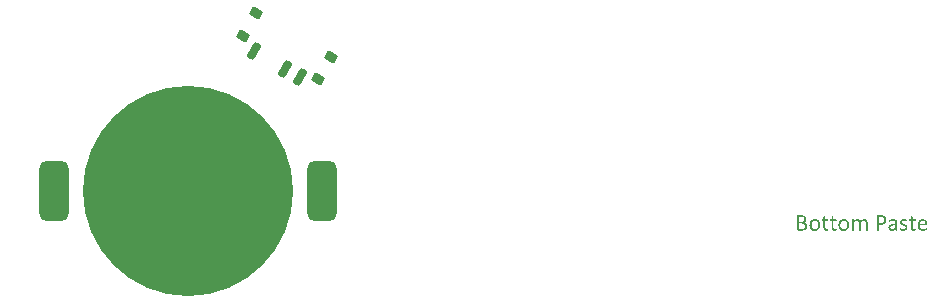
<source format=gbp>
G04*
G04 #@! TF.GenerationSoftware,Altium Limited,Altium Designer,20.1.14 (287)*
G04*
G04 Layer_Color=128*
%FSLAX44Y44*%
%MOMM*%
G71*
G04*
G04 #@! TF.SameCoordinates,555A517A-9F76-4A69-B8FD-E90865B7C856*
G04*
G04*
G04 #@! TF.FilePolarity,Positive*
G04*
G01*
G75*
G04:AMPARAMS|DCode=27|XSize=0.8mm|YSize=1mm|CornerRadius=0.2mm|HoleSize=0mm|Usage=FLASHONLY|Rotation=240.000|XOffset=0mm|YOffset=0mm|HoleType=Round|Shape=RoundedRectangle|*
%AMROUNDEDRECTD27*
21,1,0.8000,0.6000,0,0,240.0*
21,1,0.4000,1.0000,0,0,240.0*
1,1,0.4000,-0.3598,-0.0232*
1,1,0.4000,-0.1598,0.3232*
1,1,0.4000,0.3598,0.0232*
1,1,0.4000,0.1598,-0.3232*
%
%ADD27ROUNDEDRECTD27*%
G04:AMPARAMS|DCode=28|XSize=0.7mm|YSize=1.5mm|CornerRadius=0.175mm|HoleSize=0mm|Usage=FLASHONLY|Rotation=330.000|XOffset=0mm|YOffset=0mm|HoleType=Round|Shape=RoundedRectangle|*
%AMROUNDEDRECTD28*
21,1,0.7000,1.1500,0,0,330.0*
21,1,0.3500,1.5000,0,0,330.0*
1,1,0.3500,-0.1360,-0.5855*
1,1,0.3500,-0.4391,-0.4105*
1,1,0.3500,0.1360,0.5855*
1,1,0.3500,0.4391,0.4105*
%
%ADD28ROUNDEDRECTD28*%
G04:AMPARAMS|DCode=29|XSize=2.5mm|YSize=5.1mm|CornerRadius=0.625mm|HoleSize=0mm|Usage=FLASHONLY|Rotation=0.000|XOffset=0mm|YOffset=0mm|HoleType=Round|Shape=RoundedRectangle|*
%AMROUNDEDRECTD29*
21,1,2.5000,3.8500,0,0,0.0*
21,1,1.2500,5.1000,0,0,0.0*
1,1,1.2500,0.6250,-1.9250*
1,1,1.2500,-0.6250,-1.9250*
1,1,1.2500,-0.6250,1.9250*
1,1,1.2500,0.6250,1.9250*
%
%ADD29ROUNDEDRECTD29*%
%ADD30C,17.8000*%
G36*
X572924Y-54103D02*
X573132Y-54127D01*
X573363Y-54150D01*
X573618Y-54219D01*
X573849Y-54288D01*
X574080Y-54404D01*
X574104Y-54427D01*
X574173Y-54450D01*
X574289Y-54520D01*
X574427Y-54612D01*
X574566Y-54728D01*
X574728Y-54867D01*
X574890Y-55029D01*
X575029Y-55214D01*
X575052Y-55237D01*
X575099Y-55307D01*
X575145Y-55422D01*
X575237Y-55561D01*
X575330Y-55723D01*
X575399Y-55931D01*
X575492Y-56163D01*
X575561Y-56417D01*
Y-56440D01*
X575584Y-56533D01*
X575608Y-56672D01*
X575654Y-56857D01*
X575677Y-57065D01*
X575700Y-57297D01*
X575723Y-57852D01*
Y-63544D01*
Y-63567D01*
Y-63590D01*
X575677Y-63683D01*
X575654Y-63706D01*
X575538Y-63776D01*
X575515D01*
X575469Y-63799D01*
X575399D01*
X575284Y-63822D01*
X575168D01*
X575052Y-63845D01*
X574613D01*
X574474Y-63822D01*
X574451D01*
X574381Y-63799D01*
X574289D01*
X574219Y-63776D01*
X574196D01*
X574173Y-63752D01*
X574080Y-63683D01*
Y-63637D01*
X574057Y-63544D01*
Y-58083D01*
Y-58060D01*
Y-57991D01*
Y-57875D01*
X574034Y-57736D01*
X574011Y-57389D01*
X573942Y-57042D01*
Y-57019D01*
X573918Y-56950D01*
X573895Y-56880D01*
X573872Y-56764D01*
X573756Y-56487D01*
X573618Y-56232D01*
Y-56209D01*
X573571Y-56163D01*
X573479Y-56024D01*
X573294Y-55862D01*
X573062Y-55700D01*
X573039D01*
X572993Y-55677D01*
X572924Y-55630D01*
X572831Y-55607D01*
X572576Y-55538D01*
X572276Y-55515D01*
X572183D01*
X572067Y-55538D01*
X571905Y-55561D01*
X571743Y-55630D01*
X571535Y-55700D01*
X571327Y-55816D01*
X571119Y-55978D01*
X571096Y-56001D01*
X571026Y-56047D01*
X570910Y-56163D01*
X570748Y-56302D01*
X570563Y-56487D01*
X570355Y-56695D01*
X570124Y-56950D01*
X569869Y-57250D01*
Y-63544D01*
Y-63567D01*
Y-63590D01*
X569823Y-63683D01*
X569800Y-63706D01*
X569684Y-63776D01*
X569661D01*
X569614Y-63799D01*
X569545D01*
X569429Y-63822D01*
X569314D01*
X569198Y-63845D01*
X568782D01*
X568643Y-63822D01*
X568619D01*
X568550Y-63799D01*
X568458D01*
X568388Y-63776D01*
X568365D01*
X568342Y-63752D01*
X568249Y-63683D01*
Y-63637D01*
X568226Y-63544D01*
Y-58083D01*
Y-58060D01*
Y-57991D01*
Y-57875D01*
X568203Y-57736D01*
X568180Y-57389D01*
X568111Y-57042D01*
Y-57019D01*
X568087Y-56950D01*
X568064Y-56880D01*
X568018Y-56764D01*
X567925Y-56487D01*
X567763Y-56232D01*
Y-56209D01*
X567717Y-56163D01*
X567625Y-56024D01*
X567439Y-55862D01*
X567208Y-55700D01*
X567185D01*
X567162Y-55677D01*
X567092Y-55630D01*
X567000Y-55607D01*
X566745Y-55538D01*
X566421Y-55515D01*
X566329D01*
X566213Y-55538D01*
X566051Y-55561D01*
X565889Y-55630D01*
X565681Y-55700D01*
X565473Y-55816D01*
X565264Y-55978D01*
X565241Y-56001D01*
X565172Y-56047D01*
X565056Y-56163D01*
X564894Y-56302D01*
X564709Y-56487D01*
X564501Y-56695D01*
X564269Y-56950D01*
X564015Y-57250D01*
Y-63544D01*
Y-63567D01*
Y-63590D01*
X563969Y-63683D01*
X563945Y-63706D01*
X563830Y-63776D01*
X563806D01*
X563760Y-63799D01*
X563691D01*
X563575Y-63822D01*
X563483D01*
X563344Y-63845D01*
X562904D01*
X562765Y-63822D01*
X562742D01*
X562696Y-63799D01*
X562534Y-63776D01*
X562511D01*
X562488Y-63752D01*
X562395Y-63683D01*
Y-63637D01*
X562372Y-63544D01*
Y-54543D01*
Y-54520D01*
Y-54497D01*
X562395Y-54404D01*
X562418Y-54381D01*
X562464Y-54335D01*
X562511Y-54312D01*
X562534D01*
X562580Y-54288D01*
X562650Y-54265D01*
X562742Y-54242D01*
X562765D01*
X562835Y-54219D01*
X563344D01*
X563460Y-54242D01*
X563483D01*
X563552Y-54265D01*
X563621Y-54288D01*
X563691Y-54312D01*
X563714D01*
X563737Y-54335D01*
X563783Y-54358D01*
X563806Y-54404D01*
X563830Y-54427D01*
X563853Y-54543D01*
Y-55723D01*
X563876Y-55677D01*
X563992Y-55584D01*
X564131Y-55445D01*
X564316Y-55260D01*
X564524Y-55052D01*
X564778Y-54844D01*
X565033Y-54659D01*
X565311Y-54497D01*
X565334Y-54474D01*
X565426Y-54427D01*
X565588Y-54358D01*
X565773Y-54288D01*
X565982Y-54219D01*
X566236Y-54150D01*
X566491Y-54103D01*
X566768Y-54080D01*
X566977D01*
X567092Y-54103D01*
X567416Y-54127D01*
X567763Y-54219D01*
X567786D01*
X567833Y-54242D01*
X567925Y-54265D01*
X568041Y-54312D01*
X568296Y-54427D01*
X568550Y-54589D01*
X568573D01*
X568619Y-54636D01*
X568758Y-54751D01*
X568943Y-54913D01*
X569129Y-55145D01*
X569152Y-55168D01*
X569175Y-55191D01*
X569221Y-55260D01*
X569267Y-55353D01*
X569406Y-55584D01*
X569545Y-55862D01*
X569568Y-55839D01*
X569614Y-55769D01*
X569707Y-55700D01*
X569823Y-55584D01*
X570077Y-55307D01*
X570378Y-55052D01*
X570401Y-55029D01*
X570448Y-54983D01*
X570540Y-54936D01*
X570633Y-54844D01*
X570887Y-54682D01*
X571165Y-54497D01*
X571188D01*
X571234Y-54450D01*
X571304Y-54427D01*
X571396Y-54381D01*
X571651Y-54288D01*
X571905Y-54196D01*
X571928D01*
X571975Y-54173D01*
X572044Y-54150D01*
X572137Y-54127D01*
X572345Y-54103D01*
X572623Y-54080D01*
X572761D01*
X572924Y-54103D01*
D02*
G37*
G36*
X606962Y-54103D02*
X607216Y-54150D01*
X607285D01*
X607355Y-54173D01*
X607448Y-54196D01*
X607656Y-54242D01*
X607864Y-54311D01*
X607887D01*
X607910Y-54335D01*
X608049Y-54358D01*
X608211Y-54427D01*
X608373Y-54497D01*
X608419Y-54520D01*
X608489Y-54566D01*
X608581Y-54612D01*
X608674Y-54682D01*
X608697D01*
X608743Y-54728D01*
X608789Y-54774D01*
X608813Y-54821D01*
X608836Y-54867D01*
X608859Y-54960D01*
Y-54983D01*
X608882Y-55006D01*
X608905Y-55145D01*
Y-55168D01*
X608928Y-55214D01*
Y-55307D01*
Y-55399D01*
Y-55422D01*
Y-55515D01*
Y-55607D01*
X608905Y-55723D01*
Y-55746D01*
X608882Y-55792D01*
X608836Y-55908D01*
X608813Y-55954D01*
X608766Y-56024D01*
X608743D01*
X608651Y-56047D01*
X608628D01*
X608581Y-56024D01*
X608512Y-56001D01*
X608396Y-55954D01*
X608373Y-55931D01*
X608280Y-55885D01*
X608142Y-55816D01*
X607957Y-55723D01*
X607910Y-55700D01*
X607794Y-55630D01*
X607586Y-55561D01*
X607332Y-55469D01*
X607309D01*
X607262Y-55445D01*
X607193Y-55422D01*
X607100Y-55399D01*
X606823Y-55376D01*
X606499Y-55353D01*
X606360D01*
X606244Y-55376D01*
X606013Y-55399D01*
X605758Y-55469D01*
X605735D01*
X605712Y-55492D01*
X605573Y-55538D01*
X605388Y-55630D01*
X605226Y-55746D01*
X605203Y-55769D01*
X605110Y-55862D01*
X605018Y-56001D01*
X604925Y-56163D01*
X604902Y-56209D01*
X604879Y-56301D01*
X604856Y-56463D01*
X604833Y-56672D01*
Y-56695D01*
Y-56741D01*
Y-56811D01*
X604856Y-56903D01*
X604902Y-57111D01*
X605018Y-57343D01*
X605064Y-57389D01*
X605157Y-57505D01*
X605319Y-57644D01*
X605527Y-57806D01*
X605550D01*
X605596Y-57829D01*
X605643Y-57875D01*
X605735Y-57921D01*
X605966Y-58037D01*
X606267Y-58153D01*
X606291D01*
X606337Y-58176D01*
X606429Y-58222D01*
X606522Y-58245D01*
X606800Y-58361D01*
X607100Y-58477D01*
X607123D01*
X607170Y-58500D01*
X607262Y-58546D01*
X607355Y-58592D01*
X607633Y-58708D01*
X607933Y-58870D01*
X607957D01*
X608003Y-58916D01*
X608072Y-58963D01*
X608188Y-59009D01*
X608419Y-59171D01*
X608674Y-59379D01*
X608697Y-59402D01*
X608720Y-59425D01*
X608789Y-59495D01*
X608859Y-59564D01*
X609021Y-59796D01*
X609183Y-60096D01*
Y-60120D01*
X609206Y-60166D01*
X609252Y-60258D01*
X609299Y-60374D01*
X609322Y-60513D01*
X609368Y-60698D01*
X609391Y-61091D01*
Y-61115D01*
Y-61207D01*
X609368Y-61346D01*
Y-61508D01*
X609322Y-61693D01*
X609276Y-61901D01*
X609206Y-62109D01*
X609114Y-62318D01*
Y-62341D01*
X609067Y-62410D01*
X608998Y-62503D01*
X608928Y-62619D01*
X608697Y-62919D01*
X608396Y-63220D01*
X608373Y-63243D01*
X608304Y-63290D01*
X608211Y-63336D01*
X608095Y-63429D01*
X607933Y-63521D01*
X607725Y-63614D01*
X607517Y-63706D01*
X607285Y-63776D01*
X607262D01*
X607170Y-63799D01*
X607031Y-63822D01*
X606869Y-63868D01*
X606661Y-63891D01*
X606406Y-63938D01*
X606129Y-63961D01*
X605666D01*
X605550Y-63938D01*
X605249Y-63914D01*
X604925Y-63868D01*
X604902D01*
X604856Y-63845D01*
X604786D01*
X604671Y-63822D01*
X604439Y-63776D01*
X604162Y-63706D01*
X604138D01*
X604115Y-63683D01*
X603953Y-63637D01*
X603768Y-63567D01*
X603560Y-63475D01*
X603514Y-63452D01*
X603421Y-63382D01*
X603306Y-63313D01*
X603213Y-63243D01*
X603190Y-63220D01*
X603167Y-63174D01*
X603120Y-63081D01*
X603074Y-62966D01*
Y-62943D01*
X603051Y-62827D01*
X603028Y-62688D01*
Y-62480D01*
Y-62457D01*
Y-62364D01*
Y-62271D01*
Y-62156D01*
Y-62133D01*
X603051Y-62086D01*
Y-62017D01*
X603074Y-61948D01*
Y-61924D01*
X603097Y-61901D01*
X603144Y-61855D01*
X603167Y-61832D01*
X603190D01*
X603213Y-61809D01*
X603306Y-61786D01*
X603329D01*
X603375Y-61809D01*
X603467Y-61832D01*
X603606Y-61924D01*
X603653Y-61948D01*
X603768Y-62017D01*
X603930Y-62109D01*
X604138Y-62225D01*
X604162D01*
X604208Y-62248D01*
X604254Y-62271D01*
X604347Y-62318D01*
X604578Y-62410D01*
X604879Y-62526D01*
X604902D01*
X604948Y-62549D01*
X605041Y-62572D01*
X605180D01*
X605319Y-62596D01*
X605504Y-62619D01*
X605897Y-62642D01*
X606152D01*
X606383Y-62619D01*
X606638Y-62572D01*
X606661D01*
X606707Y-62549D01*
X606846Y-62503D01*
X607031Y-62434D01*
X607239Y-62318D01*
X607262D01*
X607285Y-62295D01*
X607378Y-62179D01*
X607517Y-62040D01*
X607633Y-61855D01*
Y-61832D01*
X607656Y-61809D01*
X607702Y-61670D01*
X607748Y-61462D01*
X607771Y-61207D01*
Y-61184D01*
Y-61138D01*
Y-61068D01*
X607748Y-60999D01*
X607679Y-60791D01*
X607563Y-60582D01*
Y-60559D01*
X607540Y-60536D01*
X607424Y-60420D01*
X607262Y-60258D01*
X607054Y-60120D01*
X607031D01*
X607008Y-60073D01*
X606938Y-60050D01*
X606846Y-60004D01*
X606614Y-59888D01*
X606337Y-59772D01*
X606314D01*
X606267Y-59749D01*
X606198Y-59703D01*
X606082Y-59680D01*
X605828Y-59564D01*
X605504Y-59448D01*
X605481D01*
X605434Y-59425D01*
X605342Y-59379D01*
X605249Y-59333D01*
X604972Y-59194D01*
X604671Y-59055D01*
X604648D01*
X604601Y-59009D01*
X604532Y-58963D01*
X604439Y-58916D01*
X604208Y-58754D01*
X603953Y-58546D01*
X603930Y-58523D01*
X603907Y-58477D01*
X603838Y-58430D01*
X603768Y-58338D01*
X603606Y-58106D01*
X603444Y-57806D01*
Y-57783D01*
X603421Y-57736D01*
X603398Y-57644D01*
X603352Y-57505D01*
X603329Y-57366D01*
X603282Y-57181D01*
X603259Y-56764D01*
Y-56741D01*
Y-56672D01*
Y-56579D01*
X603282Y-56440D01*
X603329Y-56116D01*
X603444Y-55746D01*
Y-55723D01*
X603491Y-55654D01*
X603537Y-55561D01*
X603606Y-55445D01*
X603791Y-55168D01*
X604046Y-54890D01*
X604069Y-54867D01*
X604115Y-54821D01*
X604208Y-54751D01*
X604324Y-54682D01*
X604486Y-54589D01*
X604648Y-54497D01*
X605064Y-54311D01*
X605087D01*
X605180Y-54265D01*
X605295Y-54242D01*
X605481Y-54196D01*
X605689Y-54150D01*
X605943Y-54126D01*
X606221Y-54080D01*
X606730D01*
X606962Y-54103D01*
D02*
G37*
G36*
X520374Y-50864D02*
X520675Y-50887D01*
X520999Y-50933D01*
X521300Y-51003D01*
X521600Y-51072D01*
X521623D01*
X521716Y-51118D01*
X521855Y-51165D01*
X522040Y-51234D01*
X522433Y-51442D01*
X522642Y-51581D01*
X522827Y-51720D01*
X522850Y-51743D01*
X522919Y-51789D01*
X523012Y-51882D01*
X523104Y-51998D01*
X523243Y-52160D01*
X523359Y-52345D01*
X523475Y-52530D01*
X523590Y-52761D01*
X523613Y-52784D01*
X523637Y-52877D01*
X523683Y-52993D01*
X523729Y-53155D01*
X523775Y-53363D01*
X523798Y-53594D01*
X523845Y-53849D01*
Y-54127D01*
Y-54150D01*
Y-54196D01*
Y-54288D01*
X523822Y-54404D01*
X523798Y-54682D01*
X523729Y-55006D01*
Y-55029D01*
X523706Y-55075D01*
X523683Y-55168D01*
X523637Y-55260D01*
X523544Y-55515D01*
X523382Y-55792D01*
Y-55816D01*
X523336Y-55839D01*
X523243Y-56001D01*
X523081Y-56209D01*
X522850Y-56417D01*
X522827D01*
X522803Y-56463D01*
X522734Y-56510D01*
X522642Y-56579D01*
X522410Y-56718D01*
X522109Y-56880D01*
X522132D01*
X522202Y-56903D01*
X522295Y-56926D01*
X522433Y-56950D01*
X522757Y-57065D01*
X523104Y-57250D01*
X523128D01*
X523174Y-57297D01*
X523266Y-57343D01*
X523382Y-57435D01*
X523637Y-57644D01*
X523891Y-57921D01*
X523914Y-57944D01*
X523960Y-57991D01*
X524007Y-58083D01*
X524099Y-58199D01*
X524169Y-58338D01*
X524261Y-58500D01*
X524446Y-58893D01*
Y-58916D01*
X524470Y-58986D01*
X524516Y-59101D01*
X524562Y-59240D01*
X524585Y-59425D01*
X524632Y-59611D01*
X524655Y-60073D01*
Y-60096D01*
Y-60189D01*
Y-60305D01*
X524632Y-60444D01*
X524608Y-60629D01*
X524585Y-60814D01*
X524493Y-61207D01*
Y-61230D01*
X524470Y-61300D01*
X524423Y-61392D01*
X524377Y-61508D01*
X524238Y-61809D01*
X524053Y-62133D01*
X524030Y-62156D01*
X524007Y-62202D01*
X523937Y-62271D01*
X523868Y-62387D01*
X523660Y-62619D01*
X523382Y-62850D01*
X523359Y-62873D01*
X523313Y-62896D01*
X523220Y-62966D01*
X523128Y-63035D01*
X522989Y-63105D01*
X522827Y-63197D01*
X522480Y-63359D01*
X522456D01*
X522387Y-63382D01*
X522295Y-63429D01*
X522156Y-63475D01*
X522017Y-63521D01*
X521832Y-63590D01*
X521415Y-63683D01*
X521392D01*
X521323Y-63706D01*
X521207D01*
X521045Y-63729D01*
X520860Y-63752D01*
X520628D01*
X520397Y-63776D01*
X516695D01*
X516602Y-63752D01*
X516463Y-63706D01*
X516301Y-63637D01*
X516278Y-63614D01*
X516209Y-63498D01*
X516139Y-63336D01*
X516116Y-63081D01*
Y-51558D01*
Y-51535D01*
Y-51489D01*
X516139Y-51350D01*
X516186Y-51165D01*
X516301Y-51003D01*
X516348Y-50979D01*
X516440Y-50910D01*
X516579Y-50864D01*
X516741Y-50841D01*
X520119D01*
X520374Y-50864D01*
D02*
G37*
G36*
X597729Y-54103D02*
X597983Y-54126D01*
X598261Y-54173D01*
X598539Y-54242D01*
X598793Y-54311D01*
X598816D01*
X598909Y-54358D01*
X599025Y-54404D01*
X599187Y-54474D01*
X599557Y-54682D01*
X599742Y-54821D01*
X599904Y-54960D01*
X599927Y-54983D01*
X599973Y-55029D01*
X600043Y-55121D01*
X600135Y-55237D01*
X600228Y-55399D01*
X600344Y-55584D01*
X600436Y-55792D01*
X600506Y-56024D01*
Y-56047D01*
X600529Y-56140D01*
X600575Y-56255D01*
X600621Y-56440D01*
X600644Y-56649D01*
X600691Y-56903D01*
X600714Y-57181D01*
Y-57482D01*
Y-63567D01*
Y-63590D01*
Y-63637D01*
X600668Y-63683D01*
X600621Y-63729D01*
X600598D01*
X600575Y-63752D01*
X600506Y-63776D01*
X600390Y-63799D01*
X600367D01*
X600297Y-63822D01*
X600159Y-63845D01*
X599858D01*
X599719Y-63822D01*
X599580Y-63799D01*
X599557D01*
X599487Y-63776D01*
X599418Y-63752D01*
X599349Y-63729D01*
X599325Y-63683D01*
X599302Y-63637D01*
X599279Y-63567D01*
Y-62665D01*
X599256Y-62688D01*
X599187Y-62757D01*
X599048Y-62873D01*
X598909Y-63012D01*
X598701Y-63174D01*
X598469Y-63336D01*
X598238Y-63498D01*
X597960Y-63637D01*
X597937Y-63660D01*
X597845Y-63683D01*
X597683Y-63729D01*
X597497Y-63799D01*
X597266Y-63868D01*
X597012Y-63914D01*
X596734Y-63938D01*
X596433Y-63961D01*
X596179D01*
X595993Y-63938D01*
X595808Y-63914D01*
X595577Y-63891D01*
X595137Y-63776D01*
X595114D01*
X595045Y-63752D01*
X594929Y-63706D01*
X594813Y-63660D01*
X594489Y-63498D01*
X594165Y-63267D01*
X594142Y-63243D01*
X594096Y-63197D01*
X594027Y-63128D01*
X593934Y-63012D01*
X593842Y-62896D01*
X593726Y-62734D01*
X593541Y-62387D01*
Y-62364D01*
X593517Y-62295D01*
X593471Y-62202D01*
X593448Y-62040D01*
X593402Y-61878D01*
X593356Y-61693D01*
X593332Y-61230D01*
Y-61207D01*
Y-61115D01*
X593356Y-60976D01*
X593379Y-60791D01*
X593402Y-60582D01*
X593471Y-60374D01*
X593541Y-60143D01*
X593633Y-59934D01*
X593656Y-59911D01*
X593680Y-59842D01*
X593749Y-59726D01*
X593865Y-59587D01*
X593980Y-59448D01*
X594142Y-59286D01*
X594304Y-59124D01*
X594512Y-58986D01*
X594536Y-58963D01*
X594628Y-58916D01*
X594744Y-58847D01*
X594906Y-58777D01*
X595114Y-58685D01*
X595345Y-58592D01*
X595623Y-58500D01*
X595924Y-58430D01*
X595970D01*
X596086Y-58407D01*
X596248Y-58361D01*
X596479Y-58338D01*
X596757Y-58292D01*
X597081Y-58268D01*
X597451Y-58245D01*
X599071D01*
Y-57551D01*
Y-57528D01*
Y-57459D01*
Y-57366D01*
X599048Y-57250D01*
X599025Y-56949D01*
X598955Y-56649D01*
Y-56625D01*
X598932Y-56579D01*
X598909Y-56510D01*
X598863Y-56417D01*
X598747Y-56186D01*
X598585Y-55978D01*
Y-55954D01*
X598539Y-55931D01*
X598423Y-55816D01*
X598215Y-55677D01*
X597960Y-55561D01*
X597937D01*
X597891Y-55538D01*
X597798Y-55515D01*
X597706Y-55492D01*
X597567Y-55469D01*
X597405Y-55445D01*
X597012Y-55422D01*
X596780D01*
X596641Y-55445D01*
X596271Y-55492D01*
X595901Y-55584D01*
X595878D01*
X595831Y-55607D01*
X595739Y-55630D01*
X595623Y-55677D01*
X595345Y-55769D01*
X595068Y-55908D01*
X595045D01*
X594999Y-55931D01*
X594929Y-55954D01*
X594860Y-56001D01*
X594651Y-56093D01*
X594443Y-56209D01*
X594397Y-56232D01*
X594304Y-56278D01*
X594189Y-56325D01*
X594096Y-56348D01*
X594050D01*
X593934Y-56325D01*
X593911Y-56301D01*
X593842Y-56209D01*
Y-56186D01*
X593818Y-56140D01*
X593772Y-56001D01*
Y-55978D01*
Y-55908D01*
Y-55816D01*
Y-55723D01*
Y-55700D01*
Y-55677D01*
Y-55584D01*
Y-55445D01*
X593795Y-55330D01*
Y-55307D01*
X593842Y-55237D01*
X593888Y-55145D01*
X593957Y-55052D01*
X593980Y-55029D01*
X594073Y-54960D01*
X594212Y-54867D01*
X594420Y-54751D01*
X594443D01*
X594489Y-54728D01*
X594559Y-54682D01*
X594651Y-54636D01*
X594883Y-54543D01*
X595184Y-54427D01*
X595207D01*
X595253Y-54404D01*
X595345Y-54381D01*
X595461Y-54335D01*
X595600Y-54311D01*
X595762Y-54265D01*
X596132Y-54196D01*
X596155D01*
X596225Y-54173D01*
X596317Y-54150D01*
X596456Y-54126D01*
X596595D01*
X596780Y-54103D01*
X597150Y-54080D01*
X597497D01*
X597729Y-54103D01*
D02*
G37*
G36*
X587501Y-50864D02*
X587779Y-50887D01*
X587848D01*
X587941Y-50910D01*
X588033Y-50933D01*
X588172Y-50956D01*
X588334Y-50979D01*
X588704Y-51049D01*
X588728D01*
X588797Y-51072D01*
X588913Y-51095D01*
X589029Y-51142D01*
X589190Y-51188D01*
X589376Y-51257D01*
X589769Y-51465D01*
X589792Y-51488D01*
X589861Y-51512D01*
X589954Y-51581D01*
X590093Y-51674D01*
X590394Y-51928D01*
X590695Y-52252D01*
X590718Y-52275D01*
X590764Y-52322D01*
X590833Y-52437D01*
X590926Y-52553D01*
X591018Y-52715D01*
X591111Y-52900D01*
X591296Y-53317D01*
Y-53340D01*
X591319Y-53432D01*
X591366Y-53548D01*
X591412Y-53710D01*
X591435Y-53895D01*
X591481Y-54126D01*
X591504Y-54636D01*
Y-54682D01*
Y-54798D01*
X591481Y-54983D01*
X591458Y-55214D01*
X591435Y-55492D01*
X591366Y-55792D01*
X591296Y-56093D01*
X591180Y-56394D01*
X591157Y-56417D01*
X591111Y-56533D01*
X591042Y-56672D01*
X590949Y-56857D01*
X590810Y-57065D01*
X590648Y-57297D01*
X590463Y-57528D01*
X590255Y-57736D01*
X590232Y-57759D01*
X590139Y-57829D01*
X590023Y-57921D01*
X589838Y-58060D01*
X589630Y-58199D01*
X589376Y-58338D01*
X589098Y-58477D01*
X588774Y-58592D01*
X588728Y-58592D01*
X588612Y-58639D01*
X588450Y-58685D01*
X588195Y-58731D01*
X587895Y-58777D01*
X587548Y-58824D01*
X587154Y-58847D01*
X586715Y-58870D01*
X585257D01*
Y-63544D01*
Y-63590D01*
X585210Y-63683D01*
X585164Y-63706D01*
X585118Y-63729D01*
X585048Y-63752D01*
X585025D01*
X584979Y-63776D01*
X584910D01*
X584794Y-63799D01*
X584771D01*
X584678Y-63822D01*
X584563Y-63845D01*
X584262D01*
X584123Y-63822D01*
X583984Y-63799D01*
X583961D01*
X583891Y-63776D01*
X583706Y-63752D01*
X583683D01*
X583660Y-63729D01*
X583568Y-63683D01*
Y-63660D01*
Y-63637D01*
X583545Y-63544D01*
Y-51581D01*
Y-51558D01*
Y-51512D01*
X583568Y-51373D01*
X583637Y-51188D01*
X583753Y-51026D01*
X583799Y-51003D01*
X583891Y-50933D01*
X584030Y-50864D01*
X584216Y-50841D01*
X587247D01*
X587501Y-50864D01*
D02*
G37*
G36*
X613348Y-51836D02*
X613371D01*
X613441Y-51859D01*
X613533Y-51882D01*
X613602Y-51905D01*
X613626D01*
X613649Y-51928D01*
X613741Y-52021D01*
X613764Y-52044D01*
X613788Y-52136D01*
Y-54265D01*
X616125D01*
X616217Y-54311D01*
X616240D01*
X616264Y-54335D01*
X616333Y-54450D01*
Y-54474D01*
X616356Y-54497D01*
X616379Y-54566D01*
X616402Y-54659D01*
Y-54682D01*
X616426Y-54728D01*
Y-54844D01*
Y-54960D01*
Y-54983D01*
Y-55029D01*
Y-55168D01*
X616379Y-55330D01*
X616333Y-55492D01*
X616310Y-55515D01*
X616264Y-55561D01*
X616194Y-55607D01*
X616078Y-55630D01*
X613788D01*
Y-60652D01*
Y-60698D01*
Y-60814D01*
X613811Y-60976D01*
Y-61184D01*
X613903Y-61647D01*
X613950Y-61855D01*
X614042Y-62063D01*
X614065Y-62086D01*
X614089Y-62133D01*
X614158Y-62202D01*
X614274Y-62295D01*
X614412Y-62387D01*
X614574Y-62457D01*
X614783Y-62503D01*
X615037Y-62526D01*
X615292D01*
X615430Y-62503D01*
X615454D01*
X615546Y-62480D01*
X615639Y-62434D01*
X615755Y-62410D01*
X615778Y-62387D01*
X615847Y-62364D01*
X615986Y-62295D01*
X616009D01*
X616055Y-62271D01*
X616194Y-62248D01*
X616217D01*
X616287Y-62295D01*
X616310Y-62318D01*
X616356Y-62387D01*
Y-62410D01*
X616379Y-62434D01*
X616402Y-62572D01*
Y-62596D01*
X616426Y-62642D01*
Y-62757D01*
Y-62873D01*
Y-62919D01*
Y-63035D01*
X616402Y-63174D01*
X616379Y-63336D01*
Y-63359D01*
X616356Y-63429D01*
X616310Y-63521D01*
X616240Y-63590D01*
X616217D01*
X616194Y-63637D01*
X616125Y-63683D01*
X616009Y-63729D01*
X615986D01*
X615893Y-63752D01*
X615778Y-63776D01*
X615639Y-63822D01*
X615616D01*
X615523Y-63845D01*
X615384Y-63868D01*
X615222Y-63891D01*
X615176D01*
X615084Y-63914D01*
X614921Y-63938D01*
X614505D01*
X614343Y-63914D01*
X614158Y-63891D01*
X613950Y-63868D01*
X613556Y-63776D01*
X613533D01*
X613487Y-63729D01*
X613394Y-63706D01*
X613279Y-63637D01*
X613001Y-63452D01*
X612746Y-63220D01*
X612723Y-63197D01*
X612700Y-63151D01*
X612631Y-63058D01*
X612561Y-62943D01*
X612492Y-62804D01*
X612422Y-62642D01*
X612284Y-62248D01*
Y-62225D01*
X612260Y-62156D01*
X612237Y-62017D01*
X612214Y-61855D01*
X612191Y-61670D01*
X612168Y-61438D01*
X612145Y-61184D01*
Y-60906D01*
Y-55630D01*
X610849D01*
X610779Y-55607D01*
X610687Y-55561D01*
X610617Y-55492D01*
Y-55469D01*
X610594Y-55353D01*
X610571Y-55191D01*
X610548Y-54960D01*
Y-54936D01*
Y-54844D01*
Y-54751D01*
X610571Y-54659D01*
Y-54636D01*
X610594Y-54589D01*
Y-54520D01*
X610617Y-54450D01*
Y-54427D01*
X610641Y-54404D01*
X610733Y-54311D01*
X610756D01*
X610779Y-54288D01*
X610872Y-54265D01*
X612145D01*
Y-52136D01*
Y-52113D01*
Y-52090D01*
X612168Y-52021D01*
Y-51998D01*
X612214Y-51975D01*
X612307Y-51905D01*
X612330D01*
X612376Y-51882D01*
X612446Y-51859D01*
X612538Y-51836D01*
X612561D01*
X612654Y-51813D01*
X613232D01*
X613348Y-51836D01*
D02*
G37*
G36*
X546313Y-51836D02*
X546336D01*
X546406Y-51859D01*
X546498Y-51882D01*
X546568Y-51905D01*
X546591D01*
X546614Y-51928D01*
X546707Y-52021D01*
X546730Y-52044D01*
X546753Y-52137D01*
Y-54265D01*
X549090D01*
X549182Y-54312D01*
X549206D01*
X549229Y-54335D01*
X549298Y-54450D01*
Y-54474D01*
X549321Y-54497D01*
X549344Y-54566D01*
X549368Y-54659D01*
Y-54682D01*
X549391Y-54728D01*
Y-54844D01*
Y-54960D01*
Y-54983D01*
Y-55029D01*
Y-55168D01*
X549344Y-55330D01*
X549298Y-55492D01*
X549275Y-55515D01*
X549229Y-55561D01*
X549159Y-55607D01*
X549044Y-55630D01*
X546753D01*
Y-60652D01*
Y-60698D01*
Y-60814D01*
X546776Y-60976D01*
Y-61184D01*
X546869Y-61647D01*
X546915Y-61855D01*
X547007Y-62063D01*
X547030Y-62086D01*
X547054Y-62133D01*
X547123Y-62202D01*
X547239Y-62295D01*
X547378Y-62387D01*
X547539Y-62457D01*
X547748Y-62503D01*
X548002Y-62526D01*
X548257D01*
X548396Y-62503D01*
X548419D01*
X548511Y-62480D01*
X548604Y-62434D01*
X548720Y-62410D01*
X548743Y-62387D01*
X548812Y-62364D01*
X548951Y-62295D01*
X548974D01*
X549021Y-62271D01*
X549159Y-62248D01*
X549182D01*
X549252Y-62295D01*
X549275Y-62318D01*
X549321Y-62387D01*
Y-62410D01*
X549344Y-62434D01*
X549368Y-62572D01*
Y-62596D01*
X549391Y-62642D01*
Y-62758D01*
Y-62873D01*
Y-62919D01*
Y-63035D01*
X549368Y-63174D01*
X549344Y-63336D01*
Y-63359D01*
X549321Y-63429D01*
X549275Y-63521D01*
X549206Y-63590D01*
X549182D01*
X549159Y-63637D01*
X549090Y-63683D01*
X548974Y-63729D01*
X548951D01*
X548858Y-63752D01*
X548743Y-63776D01*
X548604Y-63822D01*
X548581D01*
X548488Y-63845D01*
X548349Y-63868D01*
X548187Y-63891D01*
X548141D01*
X548049Y-63914D01*
X547887Y-63938D01*
X547470D01*
X547308Y-63914D01*
X547123Y-63891D01*
X546915Y-63868D01*
X546521Y-63776D01*
X546498D01*
X546452Y-63729D01*
X546359Y-63706D01*
X546244Y-63637D01*
X545966Y-63452D01*
X545712Y-63220D01*
X545688Y-63197D01*
X545665Y-63151D01*
X545596Y-63058D01*
X545526Y-62943D01*
X545457Y-62804D01*
X545388Y-62642D01*
X545249Y-62248D01*
Y-62225D01*
X545226Y-62156D01*
X545202Y-62017D01*
X545179Y-61855D01*
X545156Y-61670D01*
X545133Y-61438D01*
X545110Y-61184D01*
Y-60906D01*
Y-55630D01*
X543814D01*
X543745Y-55607D01*
X543652Y-55561D01*
X543583Y-55492D01*
Y-55469D01*
X543560Y-55353D01*
X543536Y-55191D01*
X543513Y-54960D01*
Y-54936D01*
Y-54844D01*
Y-54751D01*
X543536Y-54659D01*
Y-54636D01*
X543560Y-54589D01*
Y-54520D01*
X543583Y-54450D01*
Y-54427D01*
X543606Y-54404D01*
X543698Y-54312D01*
X543722D01*
X543745Y-54288D01*
X543837Y-54265D01*
X545110D01*
Y-52137D01*
Y-52113D01*
Y-52090D01*
X545133Y-52021D01*
Y-51998D01*
X545179Y-51975D01*
X545272Y-51905D01*
X545295D01*
X545341Y-51882D01*
X545411Y-51859D01*
X545503Y-51836D01*
X545526D01*
X545619Y-51813D01*
X546198D01*
X546313Y-51836D01*
D02*
G37*
G36*
X539464D02*
X539487D01*
X539557Y-51859D01*
X539649Y-51882D01*
X539718Y-51905D01*
X539742D01*
X539765Y-51928D01*
X539857Y-52021D01*
X539880Y-52044D01*
X539903Y-52137D01*
Y-54265D01*
X542241D01*
X542333Y-54312D01*
X542356D01*
X542379Y-54335D01*
X542449Y-54450D01*
Y-54474D01*
X542472Y-54497D01*
X542495Y-54566D01*
X542518Y-54659D01*
Y-54682D01*
X542541Y-54728D01*
Y-54844D01*
Y-54960D01*
Y-54983D01*
Y-55029D01*
Y-55168D01*
X542495Y-55330D01*
X542449Y-55492D01*
X542426Y-55515D01*
X542379Y-55561D01*
X542310Y-55607D01*
X542194Y-55630D01*
X539903D01*
Y-60652D01*
Y-60698D01*
Y-60814D01*
X539927Y-60976D01*
Y-61184D01*
X540019Y-61647D01*
X540065Y-61855D01*
X540158Y-62063D01*
X540181Y-62086D01*
X540204Y-62133D01*
X540274Y-62202D01*
X540390Y-62295D01*
X540528Y-62387D01*
X540690Y-62457D01*
X540899Y-62503D01*
X541153Y-62526D01*
X541408D01*
X541546Y-62503D01*
X541570D01*
X541662Y-62480D01*
X541755Y-62434D01*
X541870Y-62410D01*
X541894Y-62387D01*
X541963Y-62364D01*
X542102Y-62295D01*
X542125D01*
X542171Y-62271D01*
X542310Y-62248D01*
X542333D01*
X542403Y-62295D01*
X542426Y-62318D01*
X542472Y-62387D01*
Y-62410D01*
X542495Y-62434D01*
X542518Y-62572D01*
Y-62596D01*
X542541Y-62642D01*
Y-62758D01*
Y-62873D01*
Y-62919D01*
Y-63035D01*
X542518Y-63174D01*
X542495Y-63336D01*
Y-63359D01*
X542472Y-63429D01*
X542426Y-63521D01*
X542356Y-63590D01*
X542333D01*
X542310Y-63637D01*
X542241Y-63683D01*
X542125Y-63729D01*
X542102D01*
X542009Y-63752D01*
X541894Y-63776D01*
X541755Y-63822D01*
X541732D01*
X541639Y-63845D01*
X541500Y-63868D01*
X541338Y-63891D01*
X541292D01*
X541199Y-63914D01*
X541037Y-63938D01*
X540621D01*
X540459Y-63914D01*
X540274Y-63891D01*
X540065Y-63868D01*
X539672Y-63776D01*
X539649D01*
X539603Y-63729D01*
X539510Y-63706D01*
X539394Y-63637D01*
X539117Y-63452D01*
X538862Y-63220D01*
X538839Y-63197D01*
X538816Y-63151D01*
X538747Y-63058D01*
X538677Y-62943D01*
X538608Y-62804D01*
X538538Y-62642D01*
X538400Y-62248D01*
Y-62225D01*
X538376Y-62156D01*
X538353Y-62017D01*
X538330Y-61855D01*
X538307Y-61670D01*
X538284Y-61438D01*
X538261Y-61184D01*
Y-60906D01*
Y-55630D01*
X536965D01*
X536895Y-55607D01*
X536803Y-55561D01*
X536733Y-55492D01*
Y-55469D01*
X536710Y-55353D01*
X536687Y-55191D01*
X536664Y-54960D01*
Y-54936D01*
Y-54844D01*
Y-54751D01*
X536687Y-54659D01*
Y-54636D01*
X536710Y-54589D01*
Y-54520D01*
X536733Y-54450D01*
Y-54427D01*
X536757Y-54404D01*
X536849Y-54312D01*
X536872D01*
X536895Y-54288D01*
X536988Y-54265D01*
X538261D01*
Y-52137D01*
Y-52113D01*
Y-52090D01*
X538284Y-52021D01*
Y-51998D01*
X538330Y-51975D01*
X538423Y-51905D01*
X538446D01*
X538492Y-51882D01*
X538562Y-51859D01*
X538654Y-51836D01*
X538677D01*
X538770Y-51813D01*
X539348D01*
X539464Y-51836D01*
D02*
G37*
G36*
X622673Y-54103D02*
X622928Y-54126D01*
X623205Y-54173D01*
X623506Y-54219D01*
X623807Y-54311D01*
X624108Y-54427D01*
X624131Y-54450D01*
X624247Y-54497D01*
X624385Y-54566D01*
X624548Y-54682D01*
X624733Y-54798D01*
X624941Y-54960D01*
X625149Y-55145D01*
X625334Y-55353D01*
X625357Y-55376D01*
X625404Y-55445D01*
X625496Y-55584D01*
X625612Y-55746D01*
X625728Y-55931D01*
X625843Y-56163D01*
X625959Y-56417D01*
X626051Y-56695D01*
Y-56718D01*
X626098Y-56834D01*
X626121Y-56973D01*
X626167Y-57181D01*
X626213Y-57435D01*
X626237Y-57713D01*
X626283Y-58014D01*
Y-58338D01*
Y-58639D01*
Y-58662D01*
Y-58708D01*
X626260Y-58847D01*
X626190Y-59032D01*
X626075Y-59194D01*
X626051Y-59217D01*
X625959Y-59263D01*
X625820Y-59333D01*
X625635Y-59356D01*
X619711D01*
Y-59379D01*
Y-59495D01*
Y-59634D01*
X619734Y-59819D01*
Y-60027D01*
X619781Y-60258D01*
X619850Y-60721D01*
Y-60744D01*
X619873Y-60814D01*
X619920Y-60929D01*
X619966Y-61068D01*
X620128Y-61415D01*
X620359Y-61762D01*
X620382Y-61786D01*
X620429Y-61832D01*
X620498Y-61901D01*
X620614Y-61994D01*
X620729Y-62109D01*
X620891Y-62202D01*
X621262Y-62410D01*
X621285D01*
X621354Y-62434D01*
X621493Y-62480D01*
X621655Y-62503D01*
X621863Y-62549D01*
X622095Y-62596D01*
X622349Y-62619D01*
X622881D01*
X623043Y-62596D01*
X623414Y-62572D01*
X623784Y-62526D01*
X623807D01*
X623876Y-62503D01*
X623969Y-62480D01*
X624085Y-62457D01*
X624362Y-62387D01*
X624663Y-62295D01*
X624686D01*
X624733Y-62271D01*
X624871Y-62202D01*
X625080Y-62133D01*
X625265Y-62063D01*
X625288D01*
X625311Y-62040D01*
X625404Y-61994D01*
X625519Y-61971D01*
X625635Y-61948D01*
X625681D01*
X625751Y-61994D01*
X625774D01*
X625797Y-62017D01*
X625843Y-62109D01*
Y-62133D01*
X625866Y-62156D01*
X625890Y-62295D01*
Y-62318D01*
X625913Y-62364D01*
Y-62480D01*
Y-62596D01*
Y-62619D01*
Y-62665D01*
X625890Y-62827D01*
Y-62850D01*
Y-62873D01*
X625866Y-63012D01*
X625843Y-63058D01*
X625797Y-63151D01*
X625774Y-63174D01*
X625728Y-63243D01*
X625681Y-63290D01*
X625566Y-63336D01*
X625404Y-63429D01*
X625381D01*
X625357Y-63452D01*
X625288Y-63475D01*
X625219Y-63498D01*
X624987Y-63567D01*
X624686Y-63660D01*
X624663D01*
X624617Y-63683D01*
X624524Y-63706D01*
X624409Y-63729D01*
X624270Y-63752D01*
X624085Y-63799D01*
X623691Y-63868D01*
X623668D01*
X623599Y-63891D01*
X623483D01*
X623344Y-63914D01*
X623159Y-63938D01*
X622951D01*
X622488Y-63961D01*
X622303D01*
X622095Y-63938D01*
X621840Y-63914D01*
X621516Y-63891D01*
X621192Y-63822D01*
X620868Y-63752D01*
X620544Y-63660D01*
X620498Y-63637D01*
X620406Y-63614D01*
X620243Y-63521D01*
X620058Y-63429D01*
X619827Y-63313D01*
X619596Y-63151D01*
X619364Y-62966D01*
X619133Y-62757D01*
X619110Y-62734D01*
X619040Y-62642D01*
X618948Y-62503D01*
X618809Y-62341D01*
X618670Y-62109D01*
X618531Y-61855D01*
X618392Y-61554D01*
X618277Y-61230D01*
Y-61184D01*
X618230Y-61068D01*
X618184Y-60883D01*
X618138Y-60606D01*
X618092Y-60305D01*
X618045Y-59934D01*
X618022Y-59518D01*
X617999Y-59078D01*
Y-59055D01*
Y-59032D01*
Y-58893D01*
X618022Y-58662D01*
X618045Y-58384D01*
X618068Y-58060D01*
X618115Y-57713D01*
X618184Y-57343D01*
X618277Y-56996D01*
X618300Y-56949D01*
X618323Y-56834D01*
X618392Y-56672D01*
X618508Y-56440D01*
X618624Y-56209D01*
X618763Y-55931D01*
X618948Y-55677D01*
X619133Y-55422D01*
X619156Y-55399D01*
X619225Y-55307D01*
X619364Y-55191D01*
X619526Y-55052D01*
X619711Y-54890D01*
X619943Y-54728D01*
X620220Y-54566D01*
X620498Y-54427D01*
X620544Y-54404D01*
X620637Y-54381D01*
X620799Y-54311D01*
X621030Y-54242D01*
X621285Y-54196D01*
X621609Y-54126D01*
X621933Y-54103D01*
X622303Y-54080D01*
X622488D01*
X622673Y-54103D01*
D02*
G37*
G36*
X555916Y-54103D02*
X556171Y-54127D01*
X556471Y-54173D01*
X556795Y-54219D01*
X557119Y-54312D01*
X557443Y-54427D01*
X557490Y-54450D01*
X557582Y-54497D01*
X557744Y-54566D01*
X557929Y-54659D01*
X558161Y-54798D01*
X558392Y-54960D01*
X558623Y-55145D01*
X558832Y-55376D01*
X558855Y-55399D01*
X558924Y-55492D01*
X559017Y-55630D01*
X559156Y-55792D01*
X559271Y-56024D01*
X559410Y-56278D01*
X559549Y-56579D01*
X559665Y-56903D01*
X559688Y-56950D01*
X559711Y-57065D01*
X559757Y-57250D01*
X559803Y-57505D01*
X559850Y-57806D01*
X559896Y-58153D01*
X559942Y-58523D01*
Y-58939D01*
Y-58963D01*
Y-58986D01*
Y-59125D01*
X559919Y-59333D01*
X559896Y-59587D01*
X559873Y-59911D01*
X559827Y-60235D01*
X559734Y-60606D01*
X559641Y-60953D01*
X559618Y-60999D01*
X559595Y-61115D01*
X559526Y-61276D01*
X559410Y-61508D01*
X559294Y-61739D01*
X559156Y-62017D01*
X558970Y-62295D01*
X558762Y-62549D01*
X558739Y-62572D01*
X558670Y-62665D01*
X558531Y-62781D01*
X558369Y-62919D01*
X558161Y-63105D01*
X557929Y-63267D01*
X557651Y-63429D01*
X557327Y-63590D01*
X557281Y-63614D01*
X557165Y-63637D01*
X557004Y-63706D01*
X556749Y-63776D01*
X556471Y-63845D01*
X556124Y-63891D01*
X555754Y-63938D01*
X555337Y-63961D01*
X555152D01*
X554944Y-63938D01*
X554690Y-63914D01*
X554366Y-63891D01*
X554042Y-63822D01*
X553718Y-63752D01*
X553394Y-63637D01*
X553348Y-63614D01*
X553255Y-63567D01*
X553093Y-63498D01*
X552908Y-63405D01*
X552700Y-63267D01*
X552468Y-63105D01*
X552237Y-62896D01*
X552005Y-62688D01*
X551982Y-62665D01*
X551913Y-62572D01*
X551820Y-62434D01*
X551705Y-62271D01*
X551566Y-62040D01*
X551450Y-61786D01*
X551311Y-61485D01*
X551196Y-61161D01*
Y-61115D01*
X551149Y-60999D01*
X551126Y-60814D01*
X551080Y-60559D01*
X551034Y-60258D01*
X550987Y-59911D01*
X550964Y-59541D01*
X550941Y-59125D01*
Y-59101D01*
Y-59078D01*
Y-58939D01*
X550964Y-58731D01*
X550987Y-58453D01*
X551011Y-58130D01*
X551057Y-57806D01*
X551126Y-57435D01*
X551219Y-57088D01*
X551242Y-57042D01*
X551265Y-56926D01*
X551334Y-56764D01*
X551427Y-56533D01*
X551543Y-56302D01*
X551705Y-56024D01*
X551867Y-55746D01*
X552075Y-55492D01*
X552098Y-55469D01*
X552191Y-55376D01*
X552306Y-55260D01*
X552468Y-55098D01*
X552677Y-54936D01*
X552931Y-54774D01*
X553209Y-54589D01*
X553509Y-54450D01*
X553556Y-54427D01*
X553671Y-54381D01*
X553834Y-54335D01*
X554088Y-54265D01*
X554389Y-54196D01*
X554713Y-54127D01*
X555106Y-54103D01*
X555523Y-54080D01*
X555708D01*
X555916Y-54103D01*
D02*
G37*
G36*
X531411D02*
X531666Y-54127D01*
X531967Y-54173D01*
X532291Y-54219D01*
X532615Y-54312D01*
X532939Y-54427D01*
X532985Y-54450D01*
X533077Y-54497D01*
X533239Y-54566D01*
X533424Y-54659D01*
X533656Y-54798D01*
X533887Y-54960D01*
X534119Y-55145D01*
X534327Y-55376D01*
X534350Y-55399D01*
X534420Y-55492D01*
X534512Y-55630D01*
X534651Y-55792D01*
X534767Y-56024D01*
X534905Y-56278D01*
X535044Y-56579D01*
X535160Y-56903D01*
X535183Y-56950D01*
X535206Y-57065D01*
X535252Y-57250D01*
X535299Y-57505D01*
X535345Y-57806D01*
X535391Y-58153D01*
X535438Y-58523D01*
Y-58939D01*
Y-58963D01*
Y-58986D01*
Y-59125D01*
X535415Y-59333D01*
X535391Y-59587D01*
X535368Y-59911D01*
X535322Y-60235D01*
X535229Y-60606D01*
X535137Y-60953D01*
X535114Y-60999D01*
X535090Y-61115D01*
X535021Y-61276D01*
X534905Y-61508D01*
X534790Y-61739D01*
X534651Y-62017D01*
X534466Y-62295D01*
X534258Y-62549D01*
X534234Y-62572D01*
X534165Y-62665D01*
X534026Y-62781D01*
X533864Y-62919D01*
X533656Y-63105D01*
X533424Y-63267D01*
X533147Y-63429D01*
X532823Y-63590D01*
X532777Y-63614D01*
X532661Y-63637D01*
X532499Y-63706D01*
X532244Y-63776D01*
X531967Y-63845D01*
X531620Y-63891D01*
X531249Y-63938D01*
X530833Y-63961D01*
X530648D01*
X530439Y-63938D01*
X530185Y-63914D01*
X529861Y-63891D01*
X529537Y-63822D01*
X529213Y-63752D01*
X528889Y-63637D01*
X528843Y-63614D01*
X528750Y-63567D01*
X528588Y-63498D01*
X528403Y-63405D01*
X528195Y-63267D01*
X527964Y-63105D01*
X527732Y-62896D01*
X527501Y-62688D01*
X527478Y-62665D01*
X527408Y-62572D01*
X527316Y-62434D01*
X527200Y-62271D01*
X527061Y-62040D01*
X526945Y-61786D01*
X526807Y-61485D01*
X526691Y-61161D01*
Y-61115D01*
X526645Y-60999D01*
X526622Y-60814D01*
X526575Y-60559D01*
X526529Y-60258D01*
X526483Y-59911D01*
X526460Y-59541D01*
X526436Y-59125D01*
Y-59101D01*
Y-59078D01*
Y-58939D01*
X526460Y-58731D01*
X526483Y-58453D01*
X526506Y-58130D01*
X526552Y-57806D01*
X526622Y-57435D01*
X526714Y-57088D01*
X526737Y-57042D01*
X526760Y-56926D01*
X526830Y-56764D01*
X526922Y-56533D01*
X527038Y-56302D01*
X527200Y-56024D01*
X527362Y-55746D01*
X527570Y-55492D01*
X527593Y-55469D01*
X527686Y-55376D01*
X527802Y-55260D01*
X527964Y-55098D01*
X528172Y-54936D01*
X528426Y-54774D01*
X528704Y-54589D01*
X529005Y-54450D01*
X529051Y-54427D01*
X529167Y-54381D01*
X529329Y-54335D01*
X529583Y-54265D01*
X529884Y-54196D01*
X530208Y-54127D01*
X530602Y-54103D01*
X531018Y-54080D01*
X531203D01*
X531411Y-54103D01*
D02*
G37*
%LPC*%
G36*
X519865Y-52252D02*
X517829D01*
Y-56440D01*
X520027D01*
X520189Y-56417D01*
X520536Y-56371D01*
X520698Y-56325D01*
X520860Y-56278D01*
X520883D01*
X520929Y-56255D01*
X520999Y-56209D01*
X521114Y-56140D01*
X521323Y-56001D01*
X521554Y-55816D01*
X521577Y-55792D01*
X521600Y-55769D01*
X521647Y-55700D01*
X521716Y-55607D01*
X521832Y-55399D01*
X521947Y-55121D01*
Y-55098D01*
X521970Y-55052D01*
X521994Y-54983D01*
X522017Y-54867D01*
X522063Y-54612D01*
X522086Y-54312D01*
Y-54288D01*
Y-54219D01*
Y-54127D01*
X522063Y-54011D01*
X522040Y-53733D01*
X521947Y-53455D01*
Y-53432D01*
X521924Y-53386D01*
X521901Y-53317D01*
X521855Y-53224D01*
X521716Y-53016D01*
X521531Y-52807D01*
X521508Y-52784D01*
X521485Y-52761D01*
X521415Y-52715D01*
X521346Y-52669D01*
X521091Y-52530D01*
X520790Y-52414D01*
X520767D01*
X520721Y-52391D01*
X520605Y-52368D01*
X520490Y-52322D01*
X520304Y-52298D01*
X520119Y-52275D01*
X519865Y-52252D01*
D02*
G37*
G36*
X520189Y-57806D02*
X517829D01*
Y-62364D01*
X520536D01*
X520675Y-62341D01*
X520999Y-62295D01*
X521346Y-62225D01*
X521369D01*
X521415Y-62202D01*
X521508Y-62156D01*
X521600Y-62133D01*
X521855Y-61994D01*
X522109Y-61832D01*
X522132Y-61809D01*
X522179Y-61786D01*
X522318Y-61647D01*
X522480Y-61415D01*
X522642Y-61138D01*
Y-61115D01*
X522665Y-61068D01*
X522711Y-60976D01*
X522757Y-60860D01*
X522780Y-60721D01*
X522827Y-60559D01*
X522850Y-60189D01*
Y-60166D01*
Y-60096D01*
Y-59981D01*
X522827Y-59842D01*
X522780Y-59518D01*
X522665Y-59171D01*
Y-59148D01*
X522642Y-59101D01*
X522595Y-59009D01*
X522526Y-58916D01*
X522364Y-58662D01*
X522109Y-58430D01*
X522086Y-58407D01*
X522040Y-58384D01*
X521970Y-58315D01*
X521878Y-58268D01*
X521739Y-58176D01*
X521600Y-58106D01*
X521230Y-57968D01*
X521207D01*
X521138Y-57944D01*
X521022Y-57921D01*
X520860Y-57875D01*
X520675Y-57852D01*
X520443Y-57829D01*
X520189Y-57806D01*
D02*
G37*
G36*
X599071Y-59425D02*
X597405D01*
X597243Y-59448D01*
X597058D01*
X596850Y-59472D01*
X596456Y-59541D01*
X596433D01*
X596387Y-59564D01*
X596294Y-59587D01*
X596179Y-59634D01*
X595901Y-59726D01*
X595646Y-59888D01*
X595623D01*
X595600Y-59934D01*
X595461Y-60050D01*
X595299Y-60212D01*
X595160Y-60444D01*
Y-60467D01*
X595137Y-60490D01*
X595114Y-60559D01*
X595091Y-60652D01*
X595045Y-60883D01*
X595022Y-61161D01*
Y-61184D01*
Y-61276D01*
X595045Y-61392D01*
X595068Y-61554D01*
X595137Y-61739D01*
X595207Y-61924D01*
X595322Y-62109D01*
X595461Y-62271D01*
X595484Y-62295D01*
X595554Y-62341D01*
X595646Y-62387D01*
X595785Y-62457D01*
X595947Y-62549D01*
X596155Y-62596D01*
X596410Y-62642D01*
X596688Y-62665D01*
X596803D01*
X596919Y-62642D01*
X597081Y-62619D01*
X597266Y-62596D01*
X597474Y-62526D01*
X597683Y-62457D01*
X597891Y-62341D01*
X597914Y-62318D01*
X597983Y-62271D01*
X598099Y-62202D01*
X598238Y-62086D01*
X598423Y-61948D01*
X598631Y-61786D01*
X598840Y-61577D01*
X599071Y-61346D01*
Y-59425D01*
D02*
G37*
G36*
X586853Y-52252D02*
X585257D01*
Y-57459D01*
X587085D01*
X587270Y-57435D01*
X587478Y-57412D01*
X587686Y-57389D01*
X587895Y-57343D01*
X588103Y-57273D01*
X588126D01*
X588195Y-57227D01*
X588288Y-57181D01*
X588404Y-57135D01*
X588681Y-56950D01*
X588959Y-56718D01*
X588982Y-56695D01*
X589029Y-56649D01*
X589098Y-56579D01*
X589167Y-56463D01*
X589352Y-56209D01*
X589514Y-55862D01*
Y-55839D01*
X589538Y-55769D01*
X589584Y-55677D01*
X589607Y-55538D01*
X589653Y-55376D01*
X589676Y-55191D01*
X589700Y-54774D01*
Y-54728D01*
Y-54636D01*
X589676Y-54497D01*
X589653Y-54311D01*
X589630Y-54103D01*
X589584Y-53895D01*
X589491Y-53664D01*
X589399Y-53455D01*
X589376Y-53432D01*
X589352Y-53363D01*
X589283Y-53270D01*
X589190Y-53155D01*
X588959Y-52900D01*
X588820Y-52784D01*
X588658Y-52669D01*
X588635Y-52646D01*
X588589Y-52622D01*
X588496Y-52576D01*
X588381Y-52530D01*
X588103Y-52414D01*
X587756Y-52345D01*
X587733D01*
X587686Y-52322D01*
X587594D01*
X587478Y-52298D01*
X587177Y-52275D01*
X586853Y-52252D01*
D02*
G37*
G36*
X622234Y-55376D02*
X622002D01*
X621863Y-55399D01*
X621516Y-55469D01*
X621146Y-55607D01*
X621123D01*
X621077Y-55654D01*
X620984Y-55700D01*
X620868Y-55769D01*
X620614Y-55978D01*
X620359Y-56232D01*
X620336Y-56255D01*
X620313Y-56301D01*
X620243Y-56371D01*
X620197Y-56487D01*
X620105Y-56602D01*
X620035Y-56764D01*
X619873Y-57111D01*
Y-57135D01*
X619850Y-57204D01*
X619827Y-57297D01*
X619804Y-57435D01*
X619758Y-57597D01*
X619734Y-57759D01*
X619711Y-58153D01*
X624617D01*
Y-58130D01*
Y-58083D01*
Y-58037D01*
Y-57944D01*
X624594Y-57713D01*
X624548Y-57412D01*
X624478Y-57088D01*
X624362Y-56741D01*
X624224Y-56417D01*
X624015Y-56116D01*
X623992Y-56093D01*
X623900Y-56001D01*
X623761Y-55885D01*
X623576Y-55746D01*
X623321Y-55607D01*
X623020Y-55492D01*
X622650Y-55399D01*
X622234Y-55376D01*
D02*
G37*
G36*
X555453Y-55469D02*
X555337D01*
X555199Y-55492D01*
X555014D01*
X554828Y-55538D01*
X554597Y-55584D01*
X554389Y-55654D01*
X554181Y-55746D01*
X554157D01*
X554088Y-55792D01*
X553995Y-55862D01*
X553880Y-55931D01*
X553602Y-56163D01*
X553324Y-56487D01*
X553301Y-56510D01*
X553278Y-56579D01*
X553209Y-56672D01*
X553139Y-56788D01*
X553047Y-56950D01*
X552954Y-57158D01*
X552885Y-57366D01*
X552815Y-57597D01*
Y-57621D01*
X552792Y-57713D01*
X552769Y-57852D01*
X552746Y-58014D01*
X552700Y-58222D01*
X552677Y-58477D01*
X552653Y-58731D01*
Y-59009D01*
Y-59032D01*
Y-59125D01*
Y-59286D01*
X552677Y-59448D01*
Y-59680D01*
X552700Y-59911D01*
X552769Y-60397D01*
Y-60420D01*
X552792Y-60513D01*
X552839Y-60629D01*
X552885Y-60791D01*
X553024Y-61138D01*
X553232Y-61531D01*
X553255Y-61554D01*
X553301Y-61600D01*
X553371Y-61693D01*
X553463Y-61809D01*
X553579Y-61924D01*
X553741Y-62063D01*
X554088Y-62295D01*
X554111D01*
X554181Y-62341D01*
X554296Y-62387D01*
X554458Y-62434D01*
X554643Y-62480D01*
X554875Y-62526D01*
X555129Y-62549D01*
X555407Y-62572D01*
X555523D01*
X555662Y-62549D01*
X555847D01*
X556055Y-62503D01*
X556263Y-62457D01*
X556471Y-62410D01*
X556680Y-62318D01*
X556703Y-62295D01*
X556772Y-62271D01*
X556865Y-62202D01*
X556980Y-62133D01*
X557281Y-61901D01*
X557559Y-61600D01*
X557582Y-61577D01*
X557605Y-61508D01*
X557675Y-61415D01*
X557744Y-61276D01*
X557837Y-61115D01*
X557929Y-60929D01*
X557999Y-60721D01*
X558068Y-60490D01*
Y-60467D01*
X558091Y-60374D01*
X558114Y-60235D01*
X558161Y-60050D01*
X558184Y-59842D01*
X558207Y-59611D01*
X558230Y-59055D01*
Y-59032D01*
Y-58939D01*
Y-58777D01*
X558207Y-58592D01*
Y-58384D01*
X558184Y-58153D01*
X558091Y-57667D01*
Y-57644D01*
X558068Y-57551D01*
X558022Y-57435D01*
X557975Y-57273D01*
X557837Y-56903D01*
X557628Y-56533D01*
X557605Y-56510D01*
X557582Y-56440D01*
X557513Y-56371D01*
X557420Y-56255D01*
X557304Y-56140D01*
X557142Y-56001D01*
X556980Y-55885D01*
X556795Y-55769D01*
X556772Y-55746D01*
X556703Y-55723D01*
X556587Y-55677D01*
X556425Y-55607D01*
X556240Y-55561D01*
X556009Y-55515D01*
X555754Y-55492D01*
X555453Y-55469D01*
D02*
G37*
G36*
X530949D02*
X530833D01*
X530694Y-55492D01*
X530509D01*
X530324Y-55538D01*
X530092Y-55584D01*
X529884Y-55654D01*
X529676Y-55746D01*
X529653D01*
X529583Y-55792D01*
X529491Y-55862D01*
X529375Y-55931D01*
X529097Y-56163D01*
X528820Y-56487D01*
X528797Y-56510D01*
X528773Y-56579D01*
X528704Y-56672D01*
X528635Y-56788D01*
X528542Y-56950D01*
X528450Y-57158D01*
X528380Y-57366D01*
X528311Y-57597D01*
Y-57621D01*
X528288Y-57713D01*
X528264Y-57852D01*
X528241Y-58014D01*
X528195Y-58222D01*
X528172Y-58477D01*
X528149Y-58731D01*
Y-59009D01*
Y-59032D01*
Y-59125D01*
Y-59286D01*
X528172Y-59448D01*
Y-59680D01*
X528195Y-59911D01*
X528264Y-60397D01*
Y-60420D01*
X528288Y-60513D01*
X528334Y-60629D01*
X528380Y-60791D01*
X528519Y-61138D01*
X528727Y-61531D01*
X528750Y-61554D01*
X528797Y-61600D01*
X528866Y-61693D01*
X528959Y-61809D01*
X529074Y-61924D01*
X529236Y-62063D01*
X529583Y-62295D01*
X529607D01*
X529676Y-62341D01*
X529792Y-62387D01*
X529954Y-62434D01*
X530139Y-62480D01*
X530370Y-62526D01*
X530625Y-62549D01*
X530902Y-62572D01*
X531018D01*
X531157Y-62549D01*
X531342D01*
X531550Y-62503D01*
X531758Y-62457D01*
X531967Y-62410D01*
X532175Y-62318D01*
X532198Y-62295D01*
X532267Y-62271D01*
X532360Y-62202D01*
X532476Y-62133D01*
X532777Y-61901D01*
X533054Y-61600D01*
X533077Y-61577D01*
X533101Y-61508D01*
X533170Y-61415D01*
X533239Y-61276D01*
X533332Y-61115D01*
X533424Y-60929D01*
X533494Y-60721D01*
X533563Y-60490D01*
Y-60467D01*
X533587Y-60374D01*
X533610Y-60235D01*
X533656Y-60050D01*
X533679Y-59842D01*
X533702Y-59611D01*
X533725Y-59055D01*
Y-59032D01*
Y-58939D01*
Y-58777D01*
X533702Y-58592D01*
Y-58384D01*
X533679Y-58153D01*
X533587Y-57667D01*
Y-57644D01*
X533563Y-57551D01*
X533517Y-57435D01*
X533471Y-57273D01*
X533332Y-56903D01*
X533124Y-56533D01*
X533101Y-56510D01*
X533077Y-56440D01*
X533008Y-56371D01*
X532915Y-56255D01*
X532800Y-56140D01*
X532638Y-56001D01*
X532476Y-55885D01*
X532291Y-55769D01*
X532267Y-55746D01*
X532198Y-55723D01*
X532082Y-55677D01*
X531920Y-55607D01*
X531735Y-55561D01*
X531504Y-55515D01*
X531249Y-55492D01*
X530949Y-55469D01*
D02*
G37*
%LPD*%
D27*
X121375Y83530D02*
D03*
X110375Y64478D02*
D03*
X58155Y120030D02*
D03*
X47155Y100978D02*
D03*
D28*
X95001Y65848D02*
D03*
X82010Y73348D02*
D03*
X56030Y88349D02*
D03*
D29*
X-113500Y-30000D02*
D03*
X113500D02*
D03*
D30*
X0D02*
D03*
M02*

</source>
